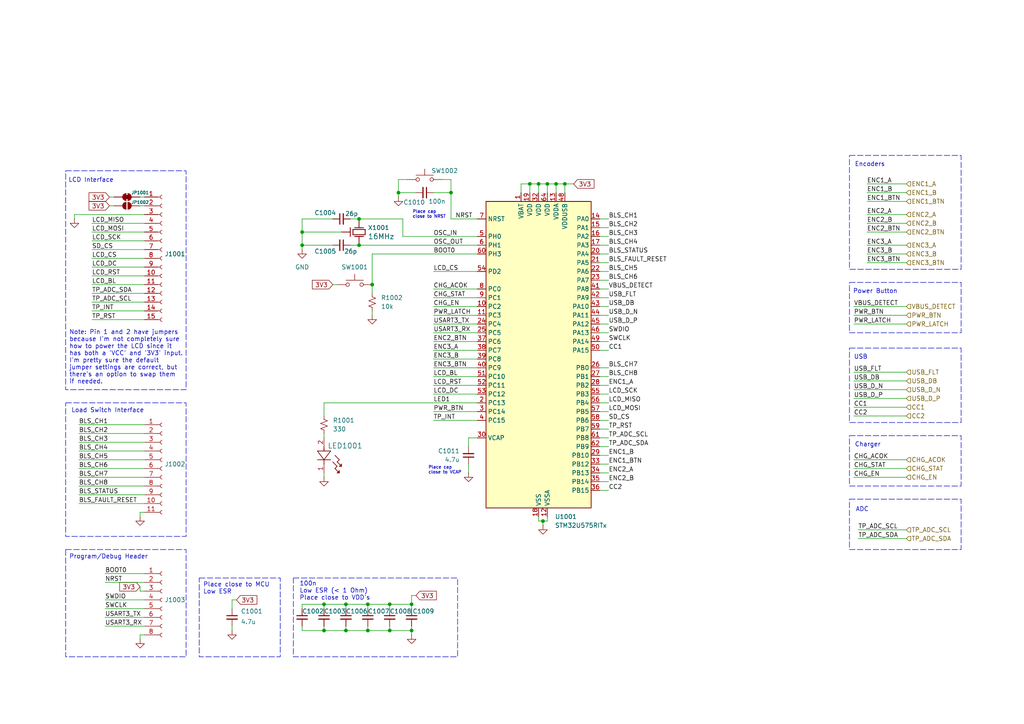
<source format=kicad_sch>
(kicad_sch (version 20250114) (generator "eeschema") (generator_version "9.0")
  (paper "A4")
  (lib_symbols
    (symbol "B1911PG__20D000514U1930:B1911PG--20D000514U1930" (pin_names (offset 0.254))
      (property "Reference" "LED" (at 5.08 -4.445 0))
      (property "Value" "B1911PG--20D000514U1930" (at 5.08 -7.62 0))
      (symbol "B1911PG--20D000514U1930_1_1"
        (pin unspecified line (at 0 0 0) (length 2.54) (name "") (number "2"))
        (pin unspecified line (at 10.16 0 180) (length 2.54) (name "") (number "1"))
      )
      (symbol "B1911PG--20D000514U1930_1_2"
        (pin unspecified line (at 0 10.16 270) (length 2.54) (name "") (number "1"))
        (pin unspecified line (at 0 0 90) (length 2.54) (name "") (number "2"))
      )
    )
    (symbol "Connector:Conn_01x08_Socket" (pin_names (offset 1.016) (hide yes))
      (property "Reference" "J" (at 0 10.16 0))
      (property "Value" "Conn_01x08_Socket" (at 0 -12.7 0))
      (symbol "Conn_01x08_Socket_1_1"
        (pin passive line (at -5.08 7.62 0) (length 3.81) (name "Pin_1") (number "1"))
        (pin passive line (at -5.08 5.08 0) (length 3.81) (name "Pin_2") (number "2"))
        (pin passive line (at -5.08 2.54 0) (length 3.81) (name "Pin_3") (number "3"))
        (pin passive line (at -5.08 0 0) (length 3.81) (name "Pin_4") (number "4"))
        (pin passive line (at -5.08 -2.54 0) (length 3.81) (name "Pin_5") (number "5"))
        (pin passive line (at -5.08 -5.08 0) (length 3.81) (name "Pin_6") (number "6"))
        (pin passive line (at -5.08 -7.62 0) (length 3.81) (name "Pin_7") (number "7"))
        (pin passive line (at -5.08 -10.16 0) (length 3.81) (name "Pin_8") (number "8"))
      )
    )
    (symbol "Connector:Conn_01x11_Socket" (pin_names (offset 1.016) (hide yes))
      (property "Reference" "J" (at 0 15.24 0))
      (property "Value" "Conn_01x11_Socket" (at 0 -15.24 0))
      (symbol "Conn_01x11_Socket_1_1"
        (pin passive line (at -5.08 12.7 0) (length 3.81) (name "Pin_1") (number "1"))
        (pin passive line (at -5.08 10.16 0) (length 3.81) (name "Pin_2") (number "2"))
        (pin passive line (at -5.08 7.62 0) (length 3.81) (name "Pin_3") (number "3"))
        (pin passive line (at -5.08 5.08 0) (length 3.81) (name "Pin_4") (number "4"))
        (pin passive line (at -5.08 2.54 0) (length 3.81) (name "Pin_5") (number "5"))
        (pin passive line (at -5.08 0 0) (length 3.81) (name "Pin_6") (number "6"))
        (pin passive line (at -5.08 -2.54 0) (length 3.81) (name "Pin_7") (number "7"))
        (pin passive line (at -5.08 -5.08 0) (length 3.81) (name "Pin_8") (number "8"))
        (pin passive line (at -5.08 -7.62 0) (length 3.81) (name "Pin_9") (number "9"))
        (pin passive line (at -5.08 -10.16 0) (length 3.81) (name "Pin_10") (number "10"))
        (pin passive line (at -5.08 -12.7 0) (length 3.81) (name "Pin_11") (number "11"))
      )
    )
    (symbol "Connector:Conn_01x15_Socket" (pin_names (offset 1.016) (hide yes))
      (property "Reference" "J" (at 0 20.32 0))
      (property "Value" "Conn_01x15_Socket" (at 0 -20.32 0))
      (symbol "Conn_01x15_Socket_1_1"
        (pin passive line (at -5.08 17.78 0) (length 3.81) (name "Pin_1") (number "1"))
        (pin passive line (at -5.08 15.24 0) (length 3.81) (name "Pin_2") (number "2"))
        (pin passive line (at -5.08 12.7 0) (length 3.81) (name "Pin_3") (number "3"))
        (pin passive line (at -5.08 10.16 0) (length 3.81) (name "Pin_4") (number "4"))
        (pin passive line (at -5.08 7.62 0) (length 3.81) (name "Pin_5") (number "5"))
        (pin passive line (at -5.08 5.08 0) (length 3.81) (name "Pin_6") (number "6"))
        (pin passive line (at -5.08 2.54 0) (length 3.81) (name "Pin_7") (number "7"))
        (pin passive line (at -5.08 0 0) (length 3.81) (name "Pin_8") (number "8"))
        (pin passive line (at -5.08 -2.54 0) (length 3.81) (name "Pin_9") (number "9"))
        (pin passive line (at -5.08 -5.08 0) (length 3.81) (name "Pin_10") (number "10"))
        (pin passive line (at -5.08 -7.62 0) (length 3.81) (name "Pin_11") (number "11"))
        (pin passive line (at -5.08 -10.16 0) (length 3.81) (name "Pin_12") (number "12"))
        (pin passive line (at -5.08 -12.7 0) (length 3.81) (name "Pin_13") (number "13"))
        (pin passive line (at -5.08 -15.24 0) (length 3.81) (name "Pin_14") (number "14"))
        (pin passive line (at -5.08 -17.78 0) (length 3.81) (name "Pin_15") (number "15"))
      )
    )
    (symbol "Device:C_Small" (pin_numbers (hide yes)) (pin_names (offset 0.254) (hide yes))
      (property "Reference" "C" (at 0.254 1.778 0))
      (property "Value" "C_Small" (at 0.254 -2.032 0))
      (symbol "C_Small_1_1"
        (pin passive line (at 0 2.54 270) (length 2.032) (name "~") (number "1"))
        (pin passive line (at 0 -2.54 90) (length 2.032) (name "~") (number "2"))
      )
    )
    (symbol "Device:R_Small_US" (pin_numbers (hide yes)) (pin_names (offset 0.254) (hide yes))
      (property "Reference" "R" (at 0.762 0.508 0))
      (property "Value" "R_Small_US" (at 0.762 -1.016 0))
      (symbol "R_Small_US_1_1"
        (pin passive line (at 0 2.54 270) (length 1.016) (name "~") (number "1"))
        (pin passive line (at 0 -2.54 90) (length 1.016) (name "~") (number "2"))
      )
    )
    (symbol "Jumper:SolderJumper_2_Bridged" (pin_numbers (hide yes)) (pin_names (offset 0) (hide yes)) (exclude_from_sim yes) (in_bom no)
      (property "Reference" "JP" (at 0 2.032 0))
      (property "Value" "SolderJumper_2_Bridged" (at 0 -2.54 0))
      (symbol "SolderJumper_2_Bridged_1_1"
        (pin passive line (at -3.81 0 0) (length 2.54) (name "A") (number "1"))
        (pin passive line (at 3.81 0 180) (length 2.54) (name "B") (number "2"))
      )
    )
    (symbol "Jumper:SolderJumper_2_Open" (pin_numbers (hide yes)) (pin_names (offset 0) (hide yes)) (exclude_from_sim yes) (in_bom no)
      (property "Reference" "JP" (at 0 2.032 0))
      (property "Value" "SolderJumper_2_Open" (at 0 -2.54 0))
      (symbol "SolderJumper_2_Open_1_1"
        (pin passive line (at -3.81 0 0) (length 2.54) (name "A") (number "1"))
        (pin passive line (at 3.81 0 180) (length 2.54) (name "B") (number "2"))
      )
    )
    (symbol "MCU_ST_STM32U5:STM32U575RITx"
      (property "Reference" "U" (at -15.24 46.99 0))
      (property "Value" "STM32U575RITx" (at 10.16 46.99 0))
      (symbol "STM32U575RITx_1_1"
        (pin input line (at -17.78 40.64 0) (length 2.54) (name "NRST") (number "7"))
        (pin bidirectional line (at -17.78 35.56 0) (length 2.54) (name "PH0") (number "5"))
        (pin bidirectional line (at -17.78 33.02 0) (length 2.54) (name "PH1") (number "6"))
        (pin bidirectional line (at -17.78 30.48 0) (length 2.54) (name "PH3") (number "60"))
        (pin bidirectional line (at -17.78 25.4 0) (length 2.54) (name "PD2") (number "54"))
        (pin bidirectional line (at -17.78 20.32 0) (length 2.54) (name "PC0") (number "8"))
        (pin bidirectional line (at -17.78 17.78 0) (length 2.54) (name "PC1") (number "9"))
        (pin bidirectional line (at -17.78 15.24 0) (length 2.54) (name "PC2") (number "10"))
        (pin bidirectional line (at -17.78 12.7 0) (length 2.54) (name "PC3") (number "11"))
        (pin bidirectional line (at -17.78 10.16 0) (length 2.54) (name "PC4") (number "24"))
        (pin bidirectional line (at -17.78 7.62 0) (length 2.54) (name "PC5") (number "25"))
        (pin bidirectional line (at -17.78 5.08 0) (length 2.54) (name "PC6") (number "37"))
        (pin bidirectional line (at -17.78 2.54 0) (length 2.54) (name "PC7") (number "38"))
        (pin bidirectional line (at -17.78 0 0) (length 2.54) (name "PC8") (number "39"))
        (pin bidirectional line (at -17.78 -2.54 0) (length 2.54) (name "PC9") (number "40"))
        (pin bidirectional line (at -17.78 -5.08 0) (length 2.54) (name "PC10") (number "51"))
        (pin bidirectional line (at -17.78 -7.62 0) (length 2.54) (name "PC11") (number "52"))
        (pin bidirectional line (at -17.78 -10.16 0) (length 2.54) (name "PC12") (number "53"))
        (pin bidirectional line (at -17.78 -12.7 0) (length 2.54) (name "PC13") (number "2"))
        (pin bidirectional line (at -17.78 -15.24 0) (length 2.54) (name "PC14") (number "3"))
        (pin bidirectional line (at -17.78 -17.78 0) (length 2.54) (name "PC15") (number "4"))
        (pin power_out line (at -17.78 -22.86 0) (length 2.54) (name "VCAP") (number "30"))
        (pin power_in line (at -5.08 48.26 270) (length 2.54) (name "VBAT") (number "1"))
        (pin power_in line (at -2.54 48.26 270) (length 2.54) (name "VDD") (number "19"))
        (pin power_in line (at 0 48.26 270) (length 2.54) (name "VDD") (number "32"))
        (pin power_in line (at 0 -45.72 90) (length 2.54) (name "VSS") (number "18"))
        (pin passive line (at 0 -45.72 90) (length 2.54) (hide yes) (name "VSS") (number "31"))
        (pin passive line (at 0 -45.72 90) (length 2.54) (hide yes) (name "VSS") (number "47"))
        (pin passive line (at 0 -45.72 90) (length 2.54) (hide yes) (name "VSS") (number "63"))
        (pin power_in line (at 2.54 48.26 270) (length 2.54) (name "VDD") (number "64"))
        (pin power_in line (at 2.54 -45.72 90) (length 2.54) (name "VSSA") (number "12"))
        (pin power_in line (at 5.08 48.26 270) (length 2.54) (name "VDDA") (number "13"))
        (pin power_in line (at 7.62 48.26 270) (length 2.54) (name "VDDUSB") (number "48"))
        (pin bidirectional line (at 17.78 40.64 180) (length 2.54) (name "PA0") (number "14"))
        (pin bidirectional line (at 17.78 38.1 180) (length 2.54) (name "PA1") (number "15"))
        (pin bidirectional line (at 17.78 35.56 180) (length 2.54) (name "PA2") (number "16"))
        (pin bidirectional line (at 17.78 33.02 180) (length 2.54) (name "PA3") (number "17"))
        (pin bidirectional line (at 17.78 30.48 180) (length 2.54) (name "PA4") (number "20"))
        (pin bidirectional line (at 17.78 27.94 180) (length 2.54) (name "PA5") (number "21"))
        (pin bidirectional line (at 17.78 25.4 180) (length 2.54) (name "PA6") (number "22"))
        (pin bidirectional line (at 17.78 22.86 180) (length 2.54) (name "PA7") (number "23"))
        (pin bidirectional line (at 17.78 20.32 180) (length 2.54) (name "PA8") (number "41"))
        (pin bidirectional line (at 17.78 17.78 180) (length 2.54) (name "PA9") (number "42"))
        (pin bidirectional line (at 17.78 15.24 180) (length 2.54) (name "PA10") (number "43"))
        (pin bidirectional line (at 17.78 12.7 180) (length 2.54) (name "PA11") (number "44"))
        (pin bidirectional line (at 17.78 10.16 180) (length 2.54) (name "PA12") (number "45"))
        (pin bidirectional line (at 17.78 7.62 180) (length 2.54) (name "PA13") (number "46"))
        (pin bidirectional line (at 17.78 5.08 180) (length 2.54) (name "PA14") (number "49"))
        (pin bidirectional line (at 17.78 2.54 180) (length 2.54) (name "PA15") (number "50"))
        (pin bidirectional line (at 17.78 -2.54 180) (length 2.54) (name "PB0") (number "26"))
        (pin bidirectional line (at 17.78 -5.08 180) (length 2.54) (name "PB1") (number "27"))
        (pin bidirectional line (at 17.78 -7.62 180) (length 2.54) (name "PB2") (number "28"))
        (pin bidirectional line (at 17.78 -10.16 180) (length 2.54) (name "PB3") (number "55"))
        (pin bidirectional line (at 17.78 -12.7 180) (length 2.54) (name "PB4") (number "56"))
        (pin bidirectional line (at 17.78 -15.24 180) (length 2.54) (name "PB5") (number "57"))
        (pin bidirectional line (at 17.78 -17.78 180) (length 2.54) (name "PB6") (number "58"))
        (pin bidirectional line (at 17.78 -20.32 180) (length 2.54) (name "PB7") (number "59"))
        (pin bidirectional line (at 17.78 -22.86 180) (length 2.54) (name "PB8") (number "61"))
        (pin bidirectional line (at 17.78 -25.4 180) (length 2.54) (name "PB9") (number "62"))
        (pin bidirectional line (at 17.78 -27.94 180) (length 2.54) (name "PB10") (number "29"))
        (pin bidirectional line (at 17.78 -30.48 180) (length 2.54) (name "PB12") (number "33"))
        (pin bidirectional line (at 17.78 -33.02 180) (length 2.54) (name "PB13") (number "34"))
        (pin bidirectional line (at 17.78 -35.56 180) (length 2.54) (name "PB14") (number "35"))
        (pin bidirectional line (at 17.78 -38.1 180) (length 2.54) (name "PB15") (number "36"))
      )
    )
    (symbol "RH100-16.000-18-2030-EXT-TR:RH100-16.000-18-2030-EXT-TR" (pin_numbers (hide yes)) (pin_names (offset 0.254) (hide yes))
      (property "Reference" "X" (at 12.7 4.826 0))
      (property "Value" "hz" (at 12.7 2.286 0))
      (symbol "RH100-16.000-18-2030-EXT-TR_1_1"
        (pin passive line (at 8.89 -1.27 0) (length 2.54) (name "1") (number "1"))
        (pin passive line (at 12.7 -6.35 90) (length 2.54) (hide yes) (name "2") (number "2"))
        (pin passive line (at 12.7 -6.35 90) (length 2.54) (name "4") (number "4"))
        (pin passive line (at 16.51 -1.27 180) (length 2.54) (name "3") (number "3"))
      )
    )
    (symbol "Switch:SW_Push" (pin_numbers (hide yes)) (pin_names (offset 1.016) (hide yes))
      (property "Reference" "SW" (at 1.27 2.54 0))
      (property "Value" "SW_Push" (at 0 -1.524 0))
      (symbol "SW_Push_0_1"
        (pin passive line (at -5.08 0 0) (length 2.54) (name "1") (number "1"))
        (pin passive line (at 5.08 0 180) (length 2.54) (name "2") (number "2"))
      )
    )
    (symbol "power:GND" (power) (pin_numbers (hide yes)) (pin_names (offset 0) (hide yes))
      (property "Value" "GND" (at 0 -3.81 0))
      (symbol "GND_1_1"
        (pin power_in line (at 0 0 270) (length 0) (name "~") (number "1"))
      )
    )
  )
  (rectangle (start 19.05 116.84) (end 53.975 155.575) (stroke (width 0) (type dash)))
  (rectangle (start 19.05 159.385) (end 53.975 190.5) (stroke (width 0) (type dash)))
  (rectangle (start 19.05 49.53) (end 53.975 113.03) (stroke (width 0) (type dash)))
  (rectangle (start 246.38 126.365) (end 278.765 140.97) (stroke (width 0) (type dash)))
  (rectangle (start 85.09 167.64) (end 132.715 190.5) (stroke (width 0) (type dash)))
  (rectangle (start 246.38 81.915) (end 278.765 96.52) (stroke (width 0) (type dash)))
  (rectangle (start 246.38 45.085) (end 278.765 78.105) (stroke (width 0) (type dash)))
  (rectangle (start 246.38 144.78) (end 278.765 159.385) (stroke (width 0) (type dash)))
  (rectangle (start 246.38 100.965) (end 278.765 122.555) (stroke (width 0) (type dash)))
  (rectangle (start 57.785 167.64) (end 81.28 190.5) (stroke (width 0) (type dash)))
  (text "USB" (at 247.65 103.632 0) (effects (font (size 1.27 1.27)) (justify left)))
  (text "Program/Debug Header" (at 31.496 161.544 0) (effects (font (size 1.27 1.27))))
  (text "LCD Interface" (at 26.416 52.324 0) (effects (font (size 1.27 1.27))))
  (text "Encoders" (at 247.904 47.752 0) (effects (font (size 1.27 1.27)) (justify left)))
  (text "Place cap\nclose to VCAP" (at 124.206 136.398 0) (effects (font (size 0.889 0.889)) (justify left)))
  (text "Power Button" (at 247.396 84.582 0) (effects (font (size 1.27 1.27)) (justify left)))
  (text "100n\nLow ESR (< 1 Ohm)\nPlace close to VDD's" (at 86.868 171.45 0) (effects (font (size 1.27 1.27)) (justify left)))
  (text "ADC" (at 248.158 147.828 0) (effects (font (size 1.27 1.27)) (justify left)))
  (text "Place close to MCU\nLow ESR" (at 58.928 170.688 0) (effects (font (size 1.27 1.27)) (justify left)))
  (text "Note: Pin 1 and 2 have jumpers\nbecause I'm not completely sure\nhow to power the LCD since it\nhas both a 'VCC' and '3V3' input.\nI'm pretty sure the default\njumper settings are correct, but\nthere's an option to swap them\nif needed." (at 20.066 103.632 0) (effects (font (size 1.27 1.27)) (justify left)))
  (text "Charger" (at 247.904 129.032 0) (effects (font (size 1.27 1.27)) (justify left)))
  (text "Place cap\nclose to NRST" (at 119.634 62.23 0) (effects (font (size 0.889 0.889)) (justify left)))
  (text "Load Switch Interface" (at 31.242 119.126 0) (effects (font (size 1.27 1.27))))
  (junction (at 113.03 175.26))
  (junction (at 161.29 53.34))
  (junction (at 158.75 53.34))
  (junction (at 115.57 55.88))
  (junction (at 87.63 67.31))
  (junction (at 104.14 71.12))
  (junction (at 106.68 175.26))
  (junction (at 93.98 175.26))
  (junction (at 163.83 53.34))
  (junction (at 93.98 182.88))
  (junction (at 100.33 175.26))
  (junction (at 104.14 63.5))
  (junction (at 156.21 53.34))
  (junction (at 157.48 151.13))
  (junction (at 107.95 82.55))
  (junction (at 130.81 55.88))
  (junction (at 106.68 182.88))
  (junction (at 113.03 182.88))
  (junction (at 87.63 71.12))
  (junction (at 100.33 182.88))
  (junction (at 119.38 175.26))
  (junction (at 119.38 182.88))
  (junction (at 153.67 53.34))
  (wire (pts (xy 248.92 153.67) (xy 262.89 153.67)))
  (wire (pts (xy 125.73 96.52) (xy 138.43 96.52)))
  (wire (pts (xy 87.63 71.12) (xy 96.52 71.12)))
  (wire (pts (xy 106.68 175.26) (xy 100.33 175.26)))
  (wire (pts (xy 158.75 149.86) (xy 158.75 151.13)))
  (wire (pts (xy 163.83 53.34) (xy 163.83 55.88)))
  (wire (pts (xy 173.99 121.92) (xy 176.53 121.92)))
  (wire (pts (xy 173.99 109.22) (xy 176.53 109.22)))
  (wire (pts (xy 247.65 133.35) (xy 262.89 133.35)))
  (wire (pts (xy 125.73 104.14) (xy 138.43 104.14)))
  (wire (pts (xy 251.46 58.42) (xy 262.89 58.42)))
  (wire (pts (xy 125.73 55.88) (xy 130.81 55.88)))
  (wire (pts (xy 101.6 71.12) (xy 104.14 71.12)))
  (wire (pts (xy 125.73 114.3) (xy 138.43 114.3)))
  (wire (pts (xy 119.38 182.88) (xy 113.03 182.88)))
  (wire (pts (xy 93.98 181.61) (xy 93.98 182.88)))
  (wire (pts (xy 173.99 129.54) (xy 176.53 129.54)))
  (wire (pts (xy 104.14 63.5) (xy 116.84 63.5)))
  (wire (pts (xy 30.48 179.07) (xy 41.91 179.07)))
  (wire (pts (xy 22.86 133.35) (xy 41.91 133.35)))
  (wire (pts (xy 113.03 175.26) (xy 113.03 176.53)))
  (wire (pts (xy 22.86 123.19) (xy 41.91 123.19)))
  (wire (pts (xy 26.67 67.31) (xy 41.91 67.31)))
  (wire (pts (xy 173.99 78.74) (xy 176.53 78.74)))
  (wire (pts (xy 173.99 134.62) (xy 176.53 134.62)))
  (wire (pts (xy 21.59 62.23) (xy 21.59 63.5)))
  (wire (pts (xy 119.38 181.61) (xy 119.38 182.88)))
  (wire (pts (xy 173.99 124.46) (xy 176.53 124.46)))
  (wire (pts (xy 119.38 172.72) (xy 120.65 172.72)))
  (wire (pts (xy 40.64 148.59) (xy 40.64 149.86)))
  (wire (pts (xy 87.63 175.26) (xy 93.98 175.26)))
  (wire (pts (xy 119.38 175.26) (xy 113.03 175.26)))
  (wire (pts (xy 31.75 59.69) (xy 33.02 59.69)))
  (wire (pts (xy 173.99 99.06) (xy 176.53 99.06)))
  (wire (pts (xy 251.46 62.23) (xy 262.89 62.23)))
  (wire (pts (xy 173.99 81.28) (xy 176.53 81.28)))
  (wire (pts (xy 125.73 93.98) (xy 138.43 93.98)))
  (wire (pts (xy 125.73 101.6) (xy 138.43 101.6)))
  (wire (pts (xy 26.67 87.63) (xy 41.91 87.63)))
  (wire (pts (xy 87.63 67.31) (xy 99.06 67.31)))
  (wire (pts (xy 87.63 182.88) (xy 87.63 181.61)))
  (wire (pts (xy 153.67 53.34) (xy 156.21 53.34)))
  (wire (pts (xy 247.65 91.44) (xy 262.89 91.44)))
  (wire (pts (xy 30.48 166.37) (xy 41.91 166.37)))
  (wire (pts (xy 173.99 83.82) (xy 176.53 83.82)))
  (wire (pts (xy 93.98 125.73) (xy 93.98 127)))
  (wire (pts (xy 26.67 90.17) (xy 41.91 90.17)))
  (wire (pts (xy 173.99 114.3) (xy 176.53 114.3)))
  (wire (pts (xy 173.99 91.44) (xy 176.53 91.44)))
  (wire (pts (xy 22.86 125.73) (xy 41.91 125.73)))
  (wire (pts (xy 125.73 109.22) (xy 138.43 109.22)))
  (wire (pts (xy 67.31 173.99) (xy 67.31 176.53)))
  (wire (pts (xy 125.73 78.74) (xy 138.43 78.74)))
  (wire (pts (xy 125.73 121.92) (xy 138.43 121.92)))
  (wire (pts (xy 30.48 176.53) (xy 41.91 176.53)))
  (wire (pts (xy 173.99 66.04) (xy 176.53 66.04)))
  (wire (pts (xy 26.67 80.01) (xy 41.91 80.01)))
  (wire (pts (xy 93.98 116.84) (xy 138.43 116.84)))
  (wire (pts (xy 93.98 175.26) (xy 100.33 175.26)))
  (wire (pts (xy 151.13 53.34) (xy 151.13 55.88)))
  (wire (pts (xy 106.68 175.26) (xy 106.68 176.53)))
  (wire (pts (xy 173.99 96.52) (xy 176.53 96.52)))
  (wire (pts (xy 156.21 151.13) (xy 156.21 149.86)))
  (wire (pts (xy 166.37 53.34) (xy 163.83 53.34)))
  (wire (pts (xy 22.86 128.27) (xy 41.91 128.27)))
  (wire (pts (xy 40.64 184.15) (xy 40.64 185.42)))
  (wire (pts (xy 173.99 119.38) (xy 176.53 119.38)))
  (wire (pts (xy 107.95 82.55) (xy 107.95 85.09)))
  (wire (pts (xy 151.13 53.34) (xy 153.67 53.34)))
  (wire (pts (xy 93.98 137.16) (xy 93.98 138.43)))
  (wire (pts (xy 251.46 67.31) (xy 262.89 67.31)))
  (wire (pts (xy 125.73 106.68) (xy 138.43 106.68)))
  (wire (pts (xy 125.73 88.9) (xy 138.43 88.9)))
  (wire (pts (xy 68.58 173.99) (xy 67.31 173.99)))
  (wire (pts (xy 247.65 107.95) (xy 262.89 107.95)))
  (wire (pts (xy 107.95 73.66) (xy 138.43 73.66)))
  (wire (pts (xy 251.46 76.2) (xy 262.89 76.2)))
  (wire (pts (xy 41.91 171.45) (xy 40.64 171.45)))
  (wire (pts (xy 26.67 72.39) (xy 41.91 72.39)))
  (wire (pts (xy 113.03 181.61) (xy 113.03 182.88)))
  (wire (pts (xy 247.65 110.49) (xy 262.89 110.49)))
  (wire (pts (xy 22.86 143.51) (xy 41.91 143.51)))
  (wire (pts (xy 87.63 63.5) (xy 87.63 67.31)))
  (wire (pts (xy 173.99 63.5) (xy 176.53 63.5)))
  (wire (pts (xy 130.81 63.5) (xy 138.43 63.5)))
  (wire (pts (xy 87.63 72.39) (xy 87.63 71.12)))
  (wire (pts (xy 247.65 120.65) (xy 262.89 120.65)))
  (wire (pts (xy 31.75 57.15) (xy 33.02 57.15)))
  (wire (pts (xy 125.73 99.06) (xy 138.43 99.06)))
  (wire (pts (xy 22.86 140.97) (xy 41.91 140.97)))
  (wire (pts (xy 173.99 111.76) (xy 176.53 111.76)))
  (wire (pts (xy 119.38 182.88) (xy 119.38 184.15)))
  (wire (pts (xy 93.98 116.84) (xy 93.98 120.65)))
  (wire (pts (xy 130.81 52.07) (xy 130.81 55.88)))
  (wire (pts (xy 100.33 175.26) (xy 100.33 176.53)))
  (wire (pts (xy 100.33 181.61) (xy 100.33 182.88)))
  (wire (pts (xy 101.6 63.5) (xy 104.14 63.5)))
  (wire (pts (xy 251.46 73.66) (xy 262.89 73.66)))
  (wire (pts (xy 41.91 181.61) (xy 30.48 181.61)))
  (wire (pts (xy 247.65 138.43) (xy 262.89 138.43)))
  (wire (pts (xy 173.99 71.12) (xy 176.53 71.12)))
  (wire (pts (xy 173.99 101.6) (xy 176.53 101.6)))
  (wire (pts (xy 173.99 116.84) (xy 176.53 116.84)))
  (wire (pts (xy 173.99 139.7) (xy 176.53 139.7)))
  (wire (pts (xy 119.38 172.72) (xy 119.38 175.26)))
  (wire (pts (xy 26.67 74.93) (xy 41.91 74.93)))
  (wire (pts (xy 247.65 113.03) (xy 262.89 113.03)))
  (wire (pts (xy 125.73 119.38) (xy 138.43 119.38)))
  (wire (pts (xy 248.92 156.21) (xy 262.89 156.21)))
  (wire (pts (xy 173.99 93.98) (xy 176.53 93.98)))
  (wire (pts (xy 40.64 57.15) (xy 41.91 57.15)))
  (wire (pts (xy 135.89 127) (xy 138.43 127)))
  (wire (pts (xy 173.99 76.2) (xy 176.53 76.2)))
  (wire (pts (xy 93.98 175.26) (xy 93.98 176.53)))
  (wire (pts (xy 26.67 64.77) (xy 41.91 64.77)))
  (wire (pts (xy 106.68 175.26) (xy 113.03 175.26)))
  (wire (pts (xy 161.29 53.34) (xy 163.83 53.34)))
  (wire (pts (xy 251.46 53.34) (xy 262.89 53.34)))
  (wire (pts (xy 22.86 135.89) (xy 41.91 135.89)))
  (wire (pts (xy 107.95 73.66) (xy 107.95 82.55)))
  (wire (pts (xy 87.63 63.5) (xy 96.52 63.5)))
  (wire (pts (xy 153.67 53.34) (xy 153.67 55.88)))
  (wire (pts (xy 135.89 129.54) (xy 135.89 127)))
  (wire (pts (xy 247.65 88.9) (xy 262.89 88.9)))
  (wire (pts (xy 116.84 68.58) (xy 138.43 68.58)))
  (wire (pts (xy 173.99 106.68) (xy 176.53 106.68)))
  (wire (pts (xy 115.57 57.15) (xy 115.57 55.88)))
  (wire (pts (xy 125.73 83.82) (xy 138.43 83.82)))
  (wire (pts (xy 115.57 52.07) (xy 118.11 52.07)))
  (wire (pts (xy 40.64 59.69) (xy 41.91 59.69)))
  (wire (pts (xy 173.99 86.36) (xy 176.53 86.36)))
  (wire (pts (xy 115.57 55.88) (xy 120.65 55.88)))
  (wire (pts (xy 247.65 118.11) (xy 262.89 118.11)))
  (wire (pts (xy 157.48 151.13) (xy 157.48 152.4)))
  (wire (pts (xy 251.46 71.12) (xy 262.89 71.12)))
  (wire (pts (xy 26.67 82.55) (xy 41.91 82.55)))
  (wire (pts (xy 100.33 182.88) (xy 93.98 182.88)))
  (wire (pts (xy 106.68 181.61) (xy 106.68 182.88)))
  (wire (pts (xy 251.46 55.88) (xy 262.89 55.88)))
  (wire (pts (xy 247.65 135.89) (xy 262.89 135.89)))
  (wire (pts (xy 173.99 73.66) (xy 176.53 73.66)))
  (wire (pts (xy 115.57 55.88) (xy 115.57 52.07)))
  (wire (pts (xy 22.86 146.05) (xy 41.91 146.05)))
  (wire (pts (xy 156.21 53.34) (xy 156.21 55.88)))
  (wire (pts (xy 173.99 127) (xy 176.53 127)))
  (wire (pts (xy 158.75 53.34) (xy 161.29 53.34)))
  (wire (pts (xy 21.59 62.23) (xy 41.91 62.23)))
  (wire (pts (xy 67.31 181.61) (xy 67.31 182.88)))
  (wire (pts (xy 247.65 93.98) (xy 262.89 93.98)))
  (wire (pts (xy 26.67 77.47) (xy 41.91 77.47)))
  (wire (pts (xy 87.63 71.12) (xy 87.63 67.31)))
  (wire (pts (xy 135.89 134.62) (xy 135.89 137.16)))
  (wire (pts (xy 173.99 88.9) (xy 176.53 88.9)))
  (wire (pts (xy 96.52 82.55) (xy 97.79 82.55)))
  (wire (pts (xy 104.14 71.12) (xy 138.43 71.12)))
  (wire (pts (xy 130.81 52.07) (xy 128.27 52.07)))
  (wire (pts (xy 130.81 55.88) (xy 130.81 63.5)))
  (wire (pts (xy 30.48 173.99) (xy 41.91 173.99)))
  (wire (pts (xy 125.73 111.76) (xy 138.43 111.76)))
  (wire (pts (xy 173.99 68.58) (xy 176.53 68.58)))
  (wire (pts (xy 41.91 148.59) (xy 40.64 148.59)))
  (wire (pts (xy 158.75 151.13) (xy 157.48 151.13)))
  (wire (pts (xy 158.75 53.34) (xy 158.75 55.88)))
  (wire (pts (xy 26.67 69.85) (xy 41.91 69.85)))
  (wire (pts (xy 22.86 138.43) (xy 41.91 138.43)))
  (wire (pts (xy 247.65 115.57) (xy 262.89 115.57)))
  (wire (pts (xy 93.98 182.88) (xy 87.63 182.88)))
  (wire (pts (xy 40.64 171.45) (xy 40.64 170.18)))
  (wire (pts (xy 173.99 137.16) (xy 176.53 137.16)))
  (wire (pts (xy 161.29 53.34) (xy 161.29 55.88)))
  (wire (pts (xy 251.46 64.77) (xy 262.89 64.77)))
  (wire (pts (xy 173.99 132.08) (xy 176.53 132.08)))
  (wire (pts (xy 125.73 86.36) (xy 138.43 86.36)))
  (wire (pts (xy 113.03 182.88) (xy 106.68 182.88)))
  (wire (pts (xy 26.67 92.71) (xy 41.91 92.71)))
  (wire (pts (xy 30.48 168.91) (xy 41.91 168.91)))
  (wire (pts (xy 173.99 142.24) (xy 176.53 142.24)))
  (wire (pts (xy 119.38 175.26) (xy 119.38 176.53)))
  (wire (pts (xy 157.48 151.13) (xy 156.21 151.13)))
  (wire (pts (xy 107.95 90.17) (xy 107.95 91.44)))
  (wire (pts (xy 156.21 53.34) (xy 158.75 53.34)))
  (wire (pts (xy 116.84 63.5) (xy 116.84 68.58)))
  (wire (pts (xy 26.67 85.09) (xy 41.91 85.09)))
  (wire (pts (xy 106.68 182.88) (xy 100.33 182.88)))
  (wire (pts (xy 125.73 91.44) (xy 138.43 91.44)))
  (wire (pts (xy 41.91 184.15) (xy 40.64 184.15)))
  (wire (pts (xy 87.63 176.53) (xy 87.63 175.26)))
  (wire (pts (xy 22.86 130.81) (xy 41.91 130.81)))
  (label "LCD_MOSI" (at 176.53 119.38 0) (property "Intersheetrefs" "${INTERSHEET_REFS}" (effects (hide yes))))
  (label "CHG_EN" (at 247.65 138.43 0) (property "Intersheetrefs" "${INTERSHEET_REFS}" (effects (hide yes))))
  (label "SWCLK" (at 30.48 176.53 0))
  (label "BLS_CH5" (at 176.53 78.74 0) (property "Intersheetrefs" "${INTERSHEET_REFS}" (effects (hide yes))))
  (label "USART3_RX" (at 125.73 96.52 0) (property "Intersheetrefs" "${INTERSHEET_REFS}" (effects (hide yes))))
  (label "TP_ADC_SCL" (at 176.53 127 0) (property "Intersheetrefs" "${INTERSHEET_REFS}" (effects (hide yes))))
  (label "ENC2_B" (at 251.46 64.77 0) (property "Intersheetrefs" "${INTERSHEET_REFS}" (effects (hide yes))))
  (label "ENC2_BTN" (at 251.46 67.31 0) (property "Intersheetrefs" "${INTERSHEET_REFS}" (effects (hide yes))))
  (label "USB_FLT" (at 176.53 86.36 0) (property "Intersheetrefs" "${INTERSHEET_REFS}" (effects (hide yes))))
  (label "TP_ADC_SDA" (at 176.53 129.54 0) (property "Intersheetrefs" "${INTERSHEET_REFS}" (effects (hide yes))))
  (label "BLS_CH2" (at 176.53 66.04 0) (property "Intersheetrefs" "${INTERSHEET_REFS}" (effects (hide yes))))
  (label "BLS_CH6" (at 22.86 135.89 0) (property "Intersheetrefs" "${INTERSHEET_REFS}" (effects (hide yes))))
  (label "ENC3_BTN" (at 251.46 76.2 0) (property "Intersheetrefs" "${INTERSHEET_REFS}" (effects (hide yes))))
  (label "SD_CS" (at 176.53 121.92 0) (property "Intersheetrefs" "${INTERSHEET_REFS}" (effects (hide yes))))
  (label "USART3_RX" (at 30.48 181.61 0))
  (label "USB_DB" (at 176.53 88.9 0) (property "Intersheetrefs" "${INTERSHEET_REFS}" (effects (hide yes))))
  (label "LCD_CS" (at 125.73 78.74 0) (property "Intersheetrefs" "${INTERSHEET_REFS}" (effects (hide yes))))
  (label "SWDIO" (at 176.53 96.52 0) (property "Intersheetrefs" "${INTERSHEET_REFS}" (effects (hide yes))))
  (label "TP_INT" (at 125.73 121.92 0) (property "Intersheetrefs" "${INTERSHEET_REFS}" (effects (hide yes))))
  (label "TP_INT" (at 26.67 90.17 0) (property "Intersheetrefs" "${INTERSHEET_REFS}" (effects (hide yes))))
  (label "LCD_MISO" (at 176.53 116.84 0) (property "Intersheetrefs" "${INTERSHEET_REFS}" (effects (hide yes))))
  (label "USB_DB" (at 247.65 110.49 0) (property "Intersheetrefs" "${INTERSHEET_REFS}" (effects (hide yes))))
  (label "ENC1_BTN" (at 251.46 58.42 0) (property "Intersheetrefs" "${INTERSHEET_REFS}" (effects (hide yes))))
  (label "BLS_CH7" (at 176.53 106.68 0) (property "Intersheetrefs" "${INTERSHEET_REFS}" (effects (hide yes))))
  (label "ENC3_B" (at 251.46 73.66 0) (property "Intersheetrefs" "${INTERSHEET_REFS}" (effects (hide yes))))
  (label "LCD_CS" (at 26.67 74.93 0) (property "Intersheetrefs" "${INTERSHEET_REFS}" (effects (hide yes))))
  (label "LCD_MOSI" (at 26.67 67.31 0) (property "Intersheetrefs" "${INTERSHEET_REFS}" (effects (hide yes))))
  (label "LCD_BL" (at 125.73 109.22 0) (property "Intersheetrefs" "${INTERSHEET_REFS}" (effects (hide yes))))
  (label "NRST" (at 30.48 168.91 0))
  (label "LED1" (at 125.73 116.84 0) (property "Intersheetrefs" "${INTERSHEET_REFS}" (effects (hide yes))))
  (label "ENC1_B" (at 176.53 132.08 0) (property "Intersheetrefs" "${INTERSHEET_REFS}" (effects (hide yes))))
  (label "LCD_SCK" (at 26.67 69.85 0) (property "Intersheetrefs" "${INTERSHEET_REFS}" (effects (hide yes))))
  (label "CHG_ACOK" (at 247.65 133.35 0) (property "Intersheetrefs" "${INTERSHEET_REFS}" (effects (hide yes))))
  (label "BLS_CH7" (at 22.86 138.43 0) (property "Intersheetrefs" "${INTERSHEET_REFS}" (effects (hide yes))))
  (label "ENC2_B" (at 176.53 139.7 0) (property "Intersheetrefs" "${INTERSHEET_REFS}" (effects (hide yes))))
  (label "PWR_BTN" (at 247.65 91.44 0) (property "Intersheetrefs" "${INTERSHEET_REFS}" (effects (hide yes))))
  (label "TP_ADC_SDA" (at 248.92 156.21 0) (property "Intersheetrefs" "${INTERSHEET_REFS}" (effects (hide yes))))
  (label "SWCLK" (at 176.53 99.06 0) (property "Intersheetrefs" "${INTERSHEET_REFS}" (effects (hide yes))))
  (label "CC1" (at 176.53 101.6 0) (property "Intersheetrefs" "${INTERSHEET_REFS}" (effects (hide yes))))
  (label "LCD_SCK" (at 176.53 114.3 0) (property "Intersheetrefs" "${INTERSHEET_REFS}" (effects (hide yes))))
  (label "PWR_BTN" (at 125.73 119.38 0) (property "Intersheetrefs" "${INTERSHEET_REFS}" (effects (hide yes))))
  (label "BLS_CH3" (at 22.86 128.27 0) (property "Intersheetrefs" "${INTERSHEET_REFS}" (effects (hide yes))))
  (label "USB_FLT" (at 247.65 107.95 0) (property "Intersheetrefs" "${INTERSHEET_REFS}" (effects (hide yes))))
  (label "BLS_CH3" (at 176.53 68.58 0) (property "Intersheetrefs" "${INTERSHEET_REFS}" (effects (hide yes))))
  (label "ENC3_B" (at 125.73 104.14 0) (property "Intersheetrefs" "${INTERSHEET_REFS}" (effects (hide yes))))
  (label "ENC1_B" (at 251.46 55.88 0) (property "Intersheetrefs" "${INTERSHEET_REFS}" (effects (hide yes))))
  (label "ENC3_A" (at 251.46 71.12 0) (property "Intersheetrefs" "${INTERSHEET_REFS}" (effects (hide yes))))
  (label "BOOT0" (at 30.48 166.37 0))
  (label "USART3_TX" (at 30.48 179.07 0))
  (label "BLS_CH5" (at 22.86 133.35 0) (property "Intersheetrefs" "${INTERSHEET_REFS}" (effects (hide yes))))
  (label "TP_RST" (at 176.53 124.46 0) (property "Intersheetrefs" "${INTERSHEET_REFS}" (effects (hide yes))))
  (label "BLS_STATUS" (at 176.53 73.66 0) (property "Intersheetrefs" "${INTERSHEET_REFS}" (effects (hide yes))))
  (label "TP_ADC_SDA" (at 26.67 85.09 0) (property "Intersheetrefs" "${INTERSHEET_REFS}" (effects (hide yes))))
  (label "ENC1_A" (at 176.53 111.76 0) (property "Intersheetrefs" "${INTERSHEET_REFS}" (effects (hide yes))))
  (label "NRST" (at 132.08 63.5 0) (property "Intersheetrefs" "${INTERSHEET_REFS}" (effects (hide yes))))
  (label "LCD_DC" (at 26.67 77.47 0) (property "Intersheetrefs" "${INTERSHEET_REFS}" (effects (hide yes))))
  (label "SD_CS" (at 26.67 72.39 0) (property "Intersheetrefs" "${INTERSHEET_REFS}" (effects (hide yes))))
  (label "BLS_CH1" (at 176.53 63.5 0) (property "Intersheetrefs" "${INTERSHEET_REFS}" (effects (hide yes))))
  (label "ENC3_BTN" (at 125.73 106.68 0) (property "Intersheetrefs" "${INTERSHEET_REFS}" (effects (hide yes))))
  (label "CHG_ACOK" (at 125.73 83.82 0) (property "Intersheetrefs" "${INTERSHEET_REFS}" (effects (hide yes))))
  (label "USB_D_N" (at 176.53 91.44 0) (property "Intersheetrefs" "${INTERSHEET_REFS}" (effects (hide yes))))
  (label "CHG_STAT" (at 125.73 86.36 0) (property "Intersheetrefs" "${INTERSHEET_REFS}" (effects (hide yes))))
  (label "LCD_RST" (at 125.73 111.76 0) (property "Intersheetrefs" "${INTERSHEET_REFS}" (effects (hide yes))))
  (label "LCD_BL" (at 26.67 82.55 0) (property "Intersheetrefs" "${INTERSHEET_REFS}" (effects (hide yes))))
  (label "OSC_OUT" (at 125.73 71.12 0) (property "Intersheetrefs" "${INTERSHEET_REFS}" (effects (hide yes))))
  (label "BLS_FAULT_RESET" (at 22.86 146.05 0) (property "Intersheetrefs" "${INTERSHEET_REFS}" (effects (hide yes))))
  (label "PWR_LATCH" (at 247.65 93.98 0) (property "Intersheetrefs" "${INTERSHEET_REFS}" (effects (hide yes))))
  (label "VBUS_DETECT" (at 176.53 83.82 0) (property "Intersheetrefs" "${INTERSHEET_REFS}" (effects (hide yes))))
  (label "BLS_CH1" (at 22.86 123.19 0) (property "Intersheetrefs" "${INTERSHEET_REFS}" (effects (hide yes))))
  (label "ENC2_A" (at 251.46 62.23 0) (property "Intersheetrefs" "${INTERSHEET_REFS}" (effects (hide yes))))
  (label "BLS_CH6" (at 176.53 81.28 0) (property "Intersheetrefs" "${INTERSHEET_REFS}" (effects (hide yes))))
  (label "BLS_CH4" (at 22.86 130.81 0) (property "Intersheetrefs" "${INTERSHEET_REFS}" (effects (hide yes))))
  (label "BLS_CH8" (at 22.86 140.97 0) (property "Intersheetrefs" "${INTERSHEET_REFS}" (effects (hide yes))))
  (label "CC2" (at 247.65 120.65 0) (property "Intersheetrefs" "${INTERSHEET_REFS}" (effects (hide yes))))
  (label "CHG_EN" (at 125.73 88.9 0) (property "Intersheetrefs" "${INTERSHEET_REFS}" (effects (hide yes))))
  (label "BLS_STATUS" (at 22.86 143.51 0) (property "Intersheetrefs" "${INTERSHEET_REFS}" (effects (hide yes))))
  (label "ENC2_BTN" (at 125.73 99.06 0) (property "Intersheetrefs" "${INTERSHEET_REFS}" (effects (hide yes))))
  (label "CHG_STAT" (at 247.65 135.89 0) (property "Intersheetrefs" "${INTERSHEET_REFS}" (effects (hide yes))))
  (label "OSC_IN" (at 125.73 68.58 0) (property "Intersheetrefs" "${INTERSHEET_REFS}" (effects (hide yes))))
  (label "TP_ADC_SCL" (at 248.92 153.67 0) (property "Intersheetrefs" "${INTERSHEET_REFS}" (effects (hide yes))))
  (label "LCD_DC" (at 125.73 114.3 0) (property "Intersheetrefs" "${INTERSHEET_REFS}" (effects (hide yes))))
  (label "ENC1_BTN" (at 176.53 134.62 0) (property "Intersheetrefs" "${INTERSHEET_REFS}" (effects (hide yes))))
  (label "CC1" (at 247.65 118.11 0) (property "Intersheetrefs" "${INTERSHEET_REFS}" (effects (hide yes))))
  (label "ENC2_A" (at 176.53 137.16 0) (property "Intersheetrefs" "${INTERSHEET_REFS}" (effects (hide yes))))
  (label "TP_RST" (at 26.67 92.71 0) (property "Intersheetrefs" "${INTERSHEET_REFS}" (effects (hide yes))))
  (label "BOOT0" (at 125.73 73.66 0) (property "Intersheetrefs" "${INTERSHEET_REFS}" (effects (hide yes))))
  (label "BLS_FAULT_RESET" (at 176.53 76.2 0) (property "Intersheetrefs" "${INTERSHEET_REFS}" (effects (hide yes))))
  (label "VBUS_DETECT" (at 247.65 88.9 0) (property "Intersheetrefs" "${INTERSHEET_REFS}" (effects (hide yes))))
  (label "PWR_LATCH" (at 125.73 91.44 0) (property "Intersheetrefs" "${INTERSHEET_REFS}" (effects (hide yes))))
  (label "LCD_RST" (at 26.67 80.01 0) (property "Intersheetrefs" "${INTERSHEET_REFS}" (effects (hide yes))))
  (label "SWDIO" (at 30.48 173.99 0))
  (label "BLS_CH2" (at 22.86 125.73 0) (property "Intersheetrefs" "${INTERSHEET_REFS}" (effects (hide yes))))
  (label "USB_D_N" (at 247.65 113.03 0) (property "Intersheetrefs" "${INTERSHEET_REFS}" (effects (hide yes))))
  (label "LCD_MISO" (at 26.67 64.77 0) (property "Intersheetrefs" "${INTERSHEET_REFS}" (effects (hide yes))))
  (label "BLS_CH4" (at 176.53 71.12 0) (property "Intersheetrefs" "${INTERSHEET_REFS}" (effects (hide yes))))
  (label "USB_D_P" (at 176.53 93.98 0) (property "Intersheetrefs" "${INTERSHEET_REFS}" (effects (hide yes))))
  (label "CC2" (at 176.53 142.24 0) (property "Intersheetrefs" "${INTERSHEET_REFS}" (effects (hide yes))))
  (label "ENC3_A" (at 125.73 101.6 0) (property "Intersheetrefs" "${INTERSHEET_REFS}" (effects (hide yes))))
  (label "USART3_TX" (at 125.73 93.98 0) (property "Intersheetrefs" "${INTERSHEET_REFS}" (effects (hide yes))))
  (label "BLS_CH8" (at 176.53 109.22 0) (property "Intersheetrefs" "${INTERSHEET_REFS}" (effects (hide yes))))
  (label "ENC1_A" (at 251.46 53.34 0) (property "Intersheetrefs" "${INTERSHEET_REFS}" (effects (hide yes))))
  (label "TP_ADC_SCL" (at 26.67 87.63 0) (property "Intersheetrefs" "${INTERSHEET_REFS}" (effects (hide yes))))
  (label "USB_D_P" (at 247.65 115.57 0) (property "Intersheetrefs" "${INTERSHEET_REFS}" (effects (hide yes))))
  (global_label "3V3" (shape input) (at 166.37 53.34 0) (property "Intersheetrefs" "${INTERSHEET_REFS}" (effects (hide yes))))
  (global_label "3V3" (shape input) (at 31.75 59.69 180) (property "Intersheetrefs" "${INTERSHEET_REFS}" (effects (hide yes))))
  (global_label "3V3" (shape input) (at 96.52 82.55 180) (property "Intersheetrefs" "${INTERSHEET_REFS}" (effects (hide yes))))
  (global_label "3V3" (shape input) (at 120.65 172.72 0) (property "Intersheetrefs" "${INTERSHEET_REFS}" (effects (hide yes))))
  (global_label "3V3" (shape input) (at 40.64 170.18 180) (property "Intersheetrefs" "${INTERSHEET_REFS}" (effects (hide yes))))
  (global_label "3V3" (shape input) (at 31.75 57.15 180) (property "Intersheetrefs" "${INTERSHEET_REFS}" (effects (hide yes))))
  (global_label "3V3" (shape input) (at 68.58 173.99 0) (property "Intersheetrefs" "${INTERSHEET_REFS}" (effects (hide yes))))
  (hierarchical_label "CHG_STAT" (shape input) (at 262.89 135.89 0))
  (hierarchical_label "USB_DB" (shape input) (at 262.89 110.49 0))
  (hierarchical_label "PWR_LATCH" (shape input) (at 262.89 93.98 0))
  (hierarchical_label "CC2" (shape input) (at 262.89 120.65 0))
  (hierarchical_label "USB_D_N" (shape input) (at 262.89 113.03 0))
  (hierarchical_label "ENC2_BTN" (shape input) (at 262.89 67.31 0))
  (hierarchical_label "USB_D_P" (shape input) (at 262.89 115.57 0))
  (hierarchical_label "TP_ADC_SDA" (shape input) (at 262.89 156.21 0))
  (hierarchical_label "ENC1_BTN" (shape input) (at 262.89 58.42 0))
  (hierarchical_label "ENC2_B" (shape input) (at 262.89 64.77 0))
  (hierarchical_label "CHG_ACOK" (shape input) (at 262.89 133.35 0))
  (hierarchical_label "ENC1_A" (shape input) (at 262.89 53.34 0))
  (hierarchical_label "ENC2_A" (shape input) (at 262.89 62.23 0))
  (hierarchical_label "CC1" (shape input) (at 262.89 118.11 0))
  (hierarchical_label "USB_FLT" (shape input) (at 262.89 107.95 0))
  (hierarchical_label "ENC3_A" (shape input) (at 262.89 71.12 0))
  (hierarchical_label "TP_ADC_SCL" (shape input) (at 262.89 153.67 0))
  (hierarchical_label "ENC3_BTN" (shape input) (at 262.89 76.2 0))
  (hierarchical_label "PWR_BTN" (shape input) (at 262.89 91.44 0))
  (hierarchical_label "VBUS_DETECT" (shape input) (at 262.89 88.9 0))
  (hierarchical_label "ENC1_B" (shape input) (at 262.89 55.88 0))
  (hierarchical_label "ENC3_B" (shape input) (at 262.89 73.66 0))
  (hierarchical_label "CHG_EN" (shape input) (at 262.89 138.43 0))
  (symbol (lib_id "Device:C_Small") (at 99.06 71.12 270) (unit 1)
    (property "Reference" "C1005" (at 91.186 72.898 90) (effects (justify left)))
    (property "Value" "26p" (at 99.822 72.898 90) (effects (justify left)))
    (property "Description" "Unpolarized capacitor, small symbol" (effects (hide yes)))
  )
  (symbol (lib_id "Switch:SW_Push") (at 123.19 52.07 0) (unit 1)
    (property "Reference" "SW1002" (at 132.842 49.53 0) (effects (justify right)))
    (property "Value" "SW_Push" (effects (hide yes)))
    (property "Description" "Push button switch, generic, two pins" (effects (hide yes)))
  )
  (symbol (lib_id "Switch:SW_Push") (at 102.87 82.55 0) (unit 1)
    (property "Reference" "SW1001" (at 102.87 77.47 0))
    (property "Value" "SW_Push" (effects (hide yes)))
    (property "Description" "Push button switch, generic, two pins" (effects (hide yes)))
  )
  (symbol (lib_id "Device:R_Small_US") (at 93.98 123.19 0) (unit 1)
    (property "Reference" "R1001" (at 96.52 121.9199 0) (effects (justify left)))
    (property "Value" "330" (at 96.52 124.4599 0) (effects (justify left)))
    (property "Description" "Resistor, small US symbol" (effects (hide yes)))
  )
  (symbol (lib_id "Device:C_Small") (at 106.68 179.07 0) (unit 1)
    (property "Reference" "C1007" (at 106.68 177.292 0) (effects (justify left)))
    (property "Value" "100n" (effects (hide yes)))
    (property "Description" "Unpolarized capacitor, small symbol" (effects (hide yes)))
  )
  (symbol (lib_id "power:GND") (at 40.64 185.42 0) (unit 1)
    (property "Reference" "#PWR01003" (effects (hide yes)))
    (property "Value" "GND" (effects (hide yes)))
    (property "Description" "Power symbol creates a global label with name \"GND\" , ground" (effects (hide yes)))
  )
  (symbol (lib_id "power:GND") (at 135.89 137.16 0) (unit 1)
    (property "Reference" "#PWR01010" (effects (hide yes)))
    (property "Value" "GND" (effects (hide yes)))
    (property "Description" "Power symbol creates a global label with name \"GND\" , ground" (effects (hide yes)))
  )
  (symbol (lib_id "Device:R_Small_US") (at 107.95 87.63 0) (unit 1)
    (property "Reference" "R1002" (at 110.49 86.3599 0) (effects (justify left)))
    (property "Value" "10k" (at 110.49 88.8999 0) (effects (justify left)))
    (property "Description" "Resistor, small US symbol" (effects (hide yes)))
  )
  (symbol (lib_id "Connector:Conn_01x08_Socket") (at 46.99 173.99 0) (unit 1)
    (property "Reference" "J1003" (at 47.752 173.99 0) (effects (justify left)))
    (property "Value" "Conn_01x08_Socket" (effects (hide yes)))
    (property "Description" "Generic connector, single row, 01x08, script generated" (effects (hide yes)))
  )
  (symbol (lib_id "RH100-16.000-18-2030-EXT-TR:RH100-16.000-18-2030-EXT-TR") (at 105.41 54.61 270) (unit 1)
    (property "Reference" "X1001" (at 106.68 66.0399 90) (effects (justify left)))
    (property "Value" "16MHz" (at 106.68 68.5799 90) (effects (font (size 1.524 1.524)) (justify left)))
    (property "Footprint" "RH100-16.000-18-2030-EXT-TR_RAL" (effects (hide yes)))
    (property "Datasheet" "RH100-16.000-18-2030-EXT-TR" (effects (hide yes)))
  )
  (symbol (lib_id "Device:C_Small") (at 119.38 179.07 0) (unit 1)
    (property "Reference" "C1009" (at 119.634 177.292 0) (effects (justify left)))
    (property "Value" "100n" (effects (hide yes)))
    (property "Description" "Unpolarized capacitor, small symbol" (effects (hide yes)))
  )
  (symbol (lib_id "power:GND") (at 21.59 63.5 0) (unit 1)
    (property "Reference" "#PWR01001" (effects (hide yes)))
    (property "Value" "GND" (effects (hide yes)))
    (property "Description" "Power symbol creates a global label with name \"GND\" , ground" (effects (hide yes)))
  )
  (symbol (lib_id "power:GND") (at 93.98 138.43 0) (unit 1)
    (property "Reference" "#PWR01006" (effects (hide yes)))
    (property "Value" "GND" (effects (hide yes)))
    (property "Description" "Power symbol creates a global label with name \"GND\" , ground" (effects (hide yes)))
  )
  (symbol (lib_id "Device:C_Small") (at 100.33 179.07 0) (unit 1)
    (property "Reference" "C1006" (at 100.33 177.292 0) (effects (justify left)))
    (property "Value" "100n" (effects (hide yes)))
    (property "Description" "Unpolarized capacitor, small symbol" (effects (hide yes)))
  )
  (symbol (lib_id "Device:C_Small") (at 123.19 55.88 270) (unit 1)
    (property "Reference" "C1010" (at 120.142 58.674 90))
    (property "Value" "100n" (at 126.746 58.42 90))
    (property "Description" "Unpolarized capacitor, small symbol" (effects (hide yes)))
  )
  (symbol (lib_id "Connector:Conn_01x15_Socket") (at 46.99 74.93 0) (unit 1)
    (property "Reference" "J1001" (at 47.752 73.66 0) (effects (justify left)))
    (property "Value" "Conn_01x15_Socket" (effects (hide yes)))
    (property "Description" "Generic connector, single row, 01x15, script generated" (effects (hide yes)))
  )
  (symbol (lib_id "Device:C_Small") (at 67.31 179.07 0) (unit 1)
    (property "Reference" "C1001" (at 69.85 177.292 0) (effects (justify left)))
    (property "Value" "4.7u" (at 69.85 180.3462 0) (effects (justify left)))
    (property "Description" "Unpolarized capacitor, small symbol" (effects (hide yes)))
  )
  (symbol (lib_id "Device:C_Small") (at 93.98 179.07 0) (unit 1)
    (property "Reference" "C1003" (at 93.98 177.292 0) (effects (justify left)))
    (property "Value" "100n" (effects (hide yes)))
    (property "Description" "Unpolarized capacitor, small symbol" (effects (hide yes)))
  )
  (symbol (lib_id "MCU_ST_STM32U5:STM32U575RITx") (at 156.21 104.14 0) (unit 1)
    (property "Reference" "U1001" (at 160.9441 149.86 0) (effects (justify left)))
    (property "Value" "STM32U575RITx" (at 160.9441 152.4 0) (effects (justify left)))
    (property "Footprint" "Package_QFP:LQFP-64_10x10mm_P0.5mm" (effects (hide yes)))
    (property "Datasheet" "https://www.st.com/resource/en/datasheet/stm32u575ri.pdf" (effects (hide yes)))
    (property "Description" "STMicroelectronics Arm Cortex-M33 MCU, 2048KB flash, 786KB RAM, 160 MHz, 1.71-3.6V, 51 GPIO, LQFP64" (effects (hide yes)))
  )
  (symbol (lib_id "power:GND") (at 107.95 91.44 0) (unit 1)
    (property "Reference" "#PWR01007" (effects (hide yes)))
    (property "Value" "GND" (effects (hide yes)))
    (property "Description" "Power symbol creates a global label with name \"GND\" , ground" (effects (hide yes)))
  )
  (symbol (lib_id "power:GND") (at 115.57 57.15 0) (unit 1)
    (property "Reference" "#PWR01008" (effects (hide yes)))
    (property "Value" "GND" (effects (hide yes)))
    (property "Description" "Power symbol creates a global label with name \"GND\" , ground" (effects (hide yes)))
  )
  (symbol (lib_id "Device:C_Small") (at 87.63 179.07 0) (unit 1)
    (property "Reference" "C1002" (at 87.63 177.292 0) (effects (justify left)))
    (property "Value" "100n" (effects (hide yes)))
    (property "Description" "Unpolarized capacitor, small symbol" (effects (hide yes)))
  )
  (symbol (lib_id "Jumper:SolderJumper_2_Open") (at 36.83 59.69 0) (unit 1) (in_bom no)
    (property "Reference" "JP1002" (at 40.64 58.674 0) (effects (font (size 0.889 0.889))))
    (property "Value" "SolderJumper_2_Open" (effects (hide yes)))
    (property "Description" "Solder Jumper, 2-pole, open" (effects (hide yes)))
  )
  (symbol (lib_id "power:GND") (at 40.64 149.86 0) (unit 1)
    (property "Reference" "#PWR01002" (effects (hide yes)))
    (property "Value" "GND" (effects (hide yes)))
    (property "Description" "Power symbol creates a global label with name \"GND\" , ground" (effects (hide yes)))
  )
  (symbol (lib_id "power:GND") (at 157.48 152.4 0) (unit 1)
    (property "Reference" "#PWR01011" (effects (hide yes)))
    (property "Value" "GND" (effects (hide yes)))
    (property "Description" "Power symbol creates a global label with name \"GND\" , ground" (effects (hide yes)))
  )
  (symbol (lib_id "Device:C_Small") (at 135.89 132.08 0) (mirror x) (unit 1)
    (property "Reference" "C1011" (at 133.35 130.8035 0) (effects (justify right)))
    (property "Value" "4.7u" (at 133.35 133.3435 0) (effects (justify right)))
    (property "Description" "Unpolarized capacitor, small symbol" (effects (hide yes)))
  )
  (symbol (lib_id "power:GND") (at 87.63 72.39 0) (unit 1)
    (property "Reference" "#PWR01005" (effects (hide yes)))
    (property "Value" "GND" (at 87.63 77.47 0))
    (property "Description" "Power symbol creates a global label with name \"GND\" , ground" (effects (hide yes)))
  )
  (symbol (lib_id "power:GND") (at 119.38 184.15 0) (unit 1)
    (property "Reference" "#PWR01009" (effects (hide yes)))
    (property "Value" "GND" (effects (hide yes)))
    (property "Description" "Power symbol creates a global label with name \"GND\" , ground" (effects (hide yes)))
  )
  (symbol (lib_id "Connector:Conn_01x11_Socket") (at 46.99 135.89 0) (unit 1)
    (property "Reference" "J1002" (at 47.752 134.62 0) (effects (justify left)))
    (property "Value" "Conn_01x11_Socket" (effects (hide yes)))
    (property "Description" "Generic connector, single row, 01x11, script generated" (effects (hide yes)))
  )
  (symbol (lib_id "Device:C_Small") (at 99.06 63.5 90) (mirror x) (unit 1)
    (property "Reference" "C1004" (at 91.186 61.722 90) (effects (justify right)))
    (property "Value" "26p" (at 100.076 61.976 90) (effects (justify right)))
    (property "Description" "Unpolarized capacitor, small symbol" (effects (hide yes)))
  )
  (symbol (lib_id "Jumper:SolderJumper_2_Bridged") (at 36.83 57.15 0) (unit 1) (in_bom no)
    (property "Reference" "JP1001" (at 40.64 55.88 0) (effects (font (size 0.889 0.889))))
    (property "Value" "SolderJumper_2_Bridged" (effects (hide yes)))
    (property "Description" "Solder Jumper, 2-pole, closed/bridged" (effects (hide yes)))
  )
  (symbol (lib_id "Device:C_Small") (at 113.03 179.07 0) (unit 1)
    (property "Reference" "C1008" (at 113.03 177.292 0) (effects (justify left)))
    (property "Value" "100n" (effects (hide yes)))
    (property "Description" "Unpolarized capacitor, small symbol" (effects (hide yes)))
  )
  (symbol (lib_id "B1911PG__20D000514U1930:B1911PG--20D000514U1930") (at 93.98 127 270) (unit 1)
    (property "Reference" "LED1001" (at 94.996 129.286 90) (effects (font (size 1.524 1.524)) (justify left)))
    (property "Value" "B1911PG--20D000514U1930" (effects (hide yes)))
    (property "Footprint" "LED_B1911PG--20D000514U1930_HVK" (effects (hide yes)))
    (property "Datasheet" "B1911PG--20D000514U1930" (effects (hide yes)))
  )
  (symbol (lib_id "power:GND") (at 67.31 182.88 0) (unit 1)
    (property "Reference" "#PWR01004" (effects (hide yes)))
    (property "Value" "GND" (effects (hide yes)))
    (property "Description" "Power symbol creates a global label with name \"GND\" , ground" (effects (hide yes)))
  )
)
</source>
